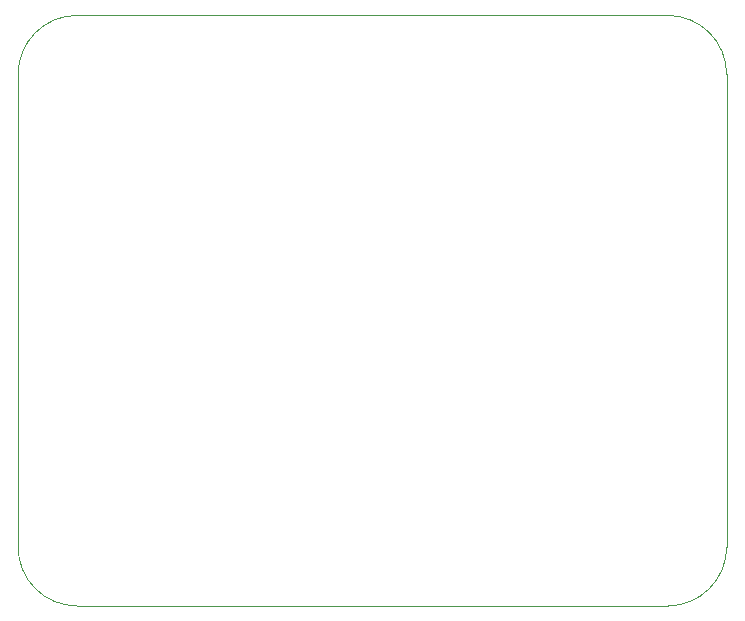
<source format=gbr>
%TF.GenerationSoftware,KiCad,Pcbnew,(5.1.10)-1*%
%TF.CreationDate,2021-08-23T16:31:20+01:00*%
%TF.ProjectId,Abhoinn_IoT_V3,4162686f-696e-46e5-9f49-6f545f56332e,rev?*%
%TF.SameCoordinates,Original*%
%TF.FileFunction,Profile,NP*%
%FSLAX46Y46*%
G04 Gerber Fmt 4.6, Leading zero omitted, Abs format (unit mm)*
G04 Created by KiCad (PCBNEW (5.1.10)-1) date 2021-08-23 16:31:20*
%MOMM*%
%LPD*%
G01*
G04 APERTURE LIST*
%TA.AperFunction,Profile*%
%ADD10C,0.050000*%
%TD*%
G04 APERTURE END LIST*
D10*
X120000000Y-55000000D02*
X170000000Y-55000000D01*
X115000000Y-100000000D02*
X115000000Y-60000000D01*
X120000000Y-105000000D02*
X170000000Y-105000000D01*
X175000000Y-60000000D02*
X175000000Y-100000000D01*
X175000000Y-100000000D02*
G75*
G02*
X170000000Y-105000000I-5000000J0D01*
G01*
X120000000Y-105000000D02*
G75*
G02*
X115000000Y-100000000I0J5000000D01*
G01*
X115000000Y-60000000D02*
G75*
G02*
X120000000Y-55000000I5000000J0D01*
G01*
X170000000Y-55000000D02*
G75*
G02*
X175000000Y-60000000I0J-5000000D01*
G01*
M02*

</source>
